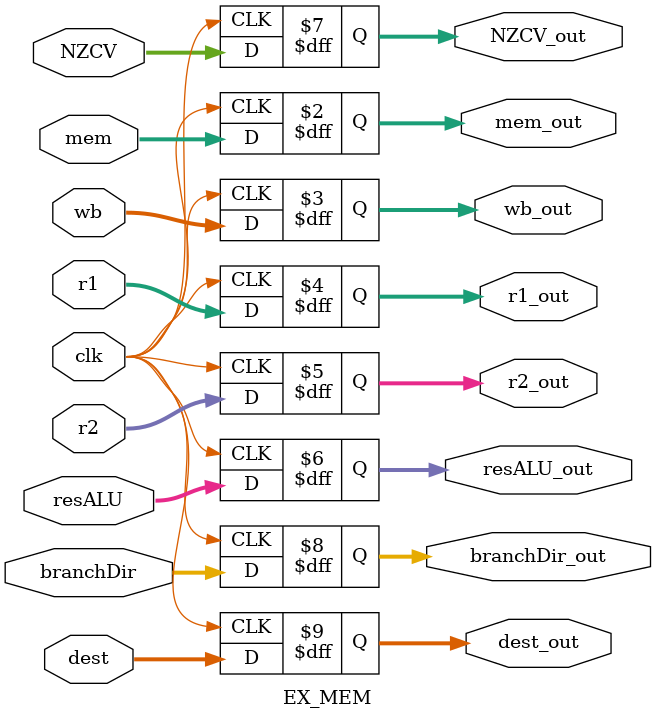
<source format=sv>
module EX_MEM (clk, mem, wb, r1, r2, resALU, NZCV, branchDir, dest, 
					mem_out, wb_out, r1_out, r2_out, resALU_out, NZCV_out, branchDir_out, dest_out);
					
	input logic clk;
	input logic [4:0] mem;
	input logic [1:0] wb;
	input logic [31:0] r1;
	input logic [31:0] r2;
	input logic [31:0] resALU;
	input logic [3:0] NZCV;
	input logic [26:0] branchDir;
	input logic [3:0] dest;
	
	output logic [4:0] mem_out;
	output logic [1:0] wb_out;
	output logic [31:0] r1_out;
	output logic [31:0] r2_out;
	output logic [31:0] resALU_out;
	output logic [3:0] NZCV_out;
	output logic [26:0] branchDir_out;
	output logic [3:0] dest_out;
	
	always @(negedge clk) begin
		mem_out <= mem;
		wb_out <= wb;
		r1_out <= r1;
		r2_out <= r2;
		resALU_out <= resALU;
		NZCV_out <= NZCV;
		branchDir_out <= branchDir;
		dest_out <= dest;
	end
endmodule 
</source>
